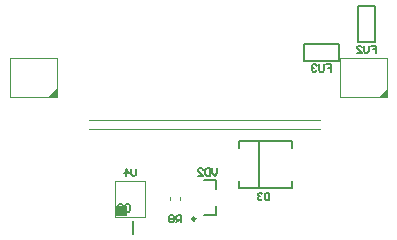
<source format=gbo>
G04*
G04 #@! TF.GenerationSoftware,Altium Limited,Altium Designer,20.1.8 (145)*
G04*
G04 Layer_Color=32896*
%FSTAX43Y43*%
%MOMM*%
G71*
G04*
G04 #@! TF.SameCoordinates,DEFF2A6E-5F0D-40BF-B6DE-29F6B0C5E57E*
G04*
G04*
G04 #@! TF.FilePolarity,Positive*
G04*
G01*
G75*
%ADD10C,0.250*%
%ADD12C,0.100*%
%ADD13C,0.200*%
%ADD14C,0.150*%
%ADD15R,1.000X0.900*%
G36*
X0035496Y0039869D02*
X0035494Y0039867D01*
X0034794D01*
X0035467Y004054D01*
X0035496D01*
Y0039869D01*
D02*
G37*
G36*
X0063448D02*
X0063446Y0039867D01*
X0062746D01*
X0063419Y004054D01*
X0063448D01*
Y0039869D01*
D02*
G37*
D10*
X0047225Y0029525D02*
G03*
X0047225Y0029525I-0000125J0D01*
G01*
D12*
X0041975Y0028275D02*
Y0029375D01*
X0041825Y0028275D02*
Y0029375D01*
X00451Y00311D02*
Y003135D01*
X00459Y00311D02*
Y003135D01*
X00404Y0029725D02*
X0043D01*
Y0032725D01*
X00404D02*
X0043D01*
X00404Y0029725D02*
Y0032725D01*
X0059493Y0043167D02*
X0063446Y0043168D01*
Y0039842D02*
Y0043168D01*
X0059493Y0039842D02*
Y0043167D01*
Y0039842D02*
X0063446D01*
X0031541Y0043167D02*
X0035494Y0043168D01*
Y0039842D02*
Y0043168D01*
X0031541Y0039842D02*
Y0043167D01*
Y0039842D02*
X0035494D01*
X00382Y0037125D02*
X0057775D01*
X00382Y0037925D02*
X0057775D01*
D13*
X0049Y0032025D02*
Y0032825D01*
X0048D02*
X0049D01*
Y0029825D02*
Y0030625D01*
X0048Y0029825D02*
X0049D01*
X00509Y0032125D02*
X00554D01*
Y0032725D01*
X00509Y0032125D02*
Y0032725D01*
Y0035525D02*
Y0036125D01*
X00554Y0035525D02*
Y0036125D01*
X00509D02*
X00554D01*
X00526Y0032125D02*
Y0036125D01*
X0061Y0044525D02*
X00624D01*
X0061D02*
Y0047525D01*
X00624D01*
Y0044525D02*
Y0047525D01*
X00594Y0042925D02*
Y0044325D01*
X00564Y0042925D02*
X00594D01*
X00564D02*
Y0044325D01*
X00594D01*
D14*
X0041282Y003065D02*
X0041382Y003075D01*
X0041581D01*
X0041681Y003065D01*
Y003025D01*
X0041581Y003015D01*
X0041382D01*
X0041282Y003025D01*
X0041082D02*
X0040982Y003015D01*
X0040782D01*
X0040682Y003025D01*
Y003065D01*
X0040782Y003075D01*
X0040982D01*
X0041082Y003065D01*
Y003055D01*
X0040982Y003045D01*
X0040682D01*
X0046025Y0029225D02*
Y0029825D01*
X0045725D01*
X0045625Y0029725D01*
Y0029525D01*
X0045725Y0029425D01*
X0046025D01*
X0045825D02*
X0045625Y0029225D01*
X0045425Y0029725D02*
X0045325Y0029825D01*
X0045125D01*
X0045025Y0029725D01*
Y0029625D01*
X0045125Y0029525D01*
X0045025Y0029425D01*
Y0029325D01*
X0045125Y0029225D01*
X0045325D01*
X0045425Y0029325D01*
Y0029425D01*
X0045325Y0029525D01*
X0045425Y0029625D01*
Y0029725D01*
X0045325Y0029525D02*
X0045125D01*
X0042197Y0033775D02*
Y0033346D01*
X0042168Y0033261D01*
X0042111Y0033204D01*
X0042026Y0033175D01*
X0041969D01*
X0041883Y0033204D01*
X0041826Y0033261D01*
X0041797Y0033346D01*
Y0033775D01*
X0041346D02*
X0041631Y0033375D01*
X0041203D01*
X0041346Y0033775D02*
Y0033175D01*
X0049075Y00338D02*
Y00334D01*
X0048875Y00332D01*
X0048675Y00334D01*
Y00338D01*
X0048475D02*
Y00332D01*
X0048175D01*
X0048075Y00333D01*
Y00337D01*
X0048175Y00338D01*
X0048475D01*
X0047475Y00332D02*
X0047875D01*
X0047475Y00336D01*
Y00337D01*
X0047575Y00338D01*
X0047775D01*
X0047875Y00337D01*
X00583Y00426D02*
X00587D01*
Y00423D01*
X00585D01*
X00587D01*
Y0042D01*
X00581Y00426D02*
Y00421D01*
X0058Y0042D01*
X00578D01*
X00577Y00421D01*
Y00426D01*
X00575Y00425D02*
X00574Y00426D01*
X00572D01*
X00571Y00425D01*
Y00424D01*
X00572Y00423D01*
X00573D01*
X00572D01*
X00571Y00422D01*
Y00421D01*
X00572Y0042D01*
X00574D01*
X00575Y00421D01*
X00621Y00442D02*
X00625D01*
Y00439D01*
X00623D01*
X00625D01*
Y00436D01*
X00619Y00442D02*
Y00437D01*
X00618Y00436D01*
X00616D01*
X00615Y00437D01*
Y00442D01*
X00609Y00436D02*
X00613D01*
X00609Y0044D01*
Y00441D01*
X0061Y00442D01*
X00612D01*
X00613Y00441D01*
X00535Y0031725D02*
Y0031125D01*
X00532D01*
X00531Y0031225D01*
Y0031625D01*
X00532Y0031725D01*
X00535D01*
X00529Y0031625D02*
X00528Y0031725D01*
X00526D01*
X00525Y0031625D01*
Y0031525D01*
X00526Y0031425D01*
X00527D01*
X00526D01*
X00525Y0031325D01*
Y0031225D01*
X00526Y0031125D01*
X00528D01*
X00529Y0031225D01*
D15*
X00409Y0030175D02*
D03*
M02*

</source>
